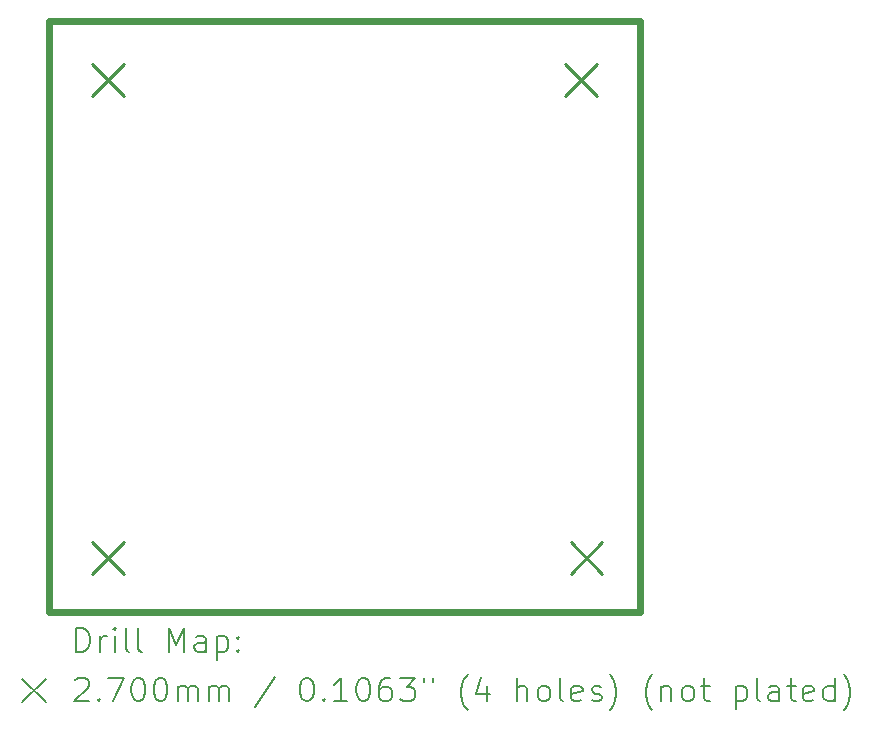
<source format=gbr>
%TF.GenerationSoftware,KiCad,Pcbnew,8.0.5*%
%TF.CreationDate,2024-09-17T16:22:35-07:00*%
%TF.ProjectId,RP2040_PCB,52503230-3430-45f5-9043-422e6b696361,rev?*%
%TF.SameCoordinates,Original*%
%TF.FileFunction,Drillmap*%
%TF.FilePolarity,Positive*%
%FSLAX45Y45*%
G04 Gerber Fmt 4.5, Leading zero omitted, Abs format (unit mm)*
G04 Created by KiCad (PCBNEW 8.0.5) date 2024-09-17 16:22:35*
%MOMM*%
%LPD*%
G01*
G04 APERTURE LIST*
%ADD10C,0.600000*%
%ADD11C,0.200000*%
%ADD12C,0.270000*%
G04 APERTURE END LIST*
D10*
X12690607Y-7621178D02*
X17690607Y-7621178D01*
X17690607Y-12621178D01*
X12690607Y-12621178D01*
X12690607Y-7621178D01*
D11*
D12*
X13055607Y-7986178D02*
X13325607Y-8256178D01*
X13325607Y-7986178D02*
X13055607Y-8256178D01*
X13055607Y-12036178D02*
X13325607Y-12306178D01*
X13325607Y-12036178D02*
X13055607Y-12306178D01*
X17055607Y-7986178D02*
X17325607Y-8256178D01*
X17325607Y-7986178D02*
X17055607Y-8256178D01*
X17105607Y-12036178D02*
X17375607Y-12306178D01*
X17375607Y-12036178D02*
X17105607Y-12306178D01*
D11*
X12921383Y-12962662D02*
X12921383Y-12762662D01*
X12921383Y-12762662D02*
X12969002Y-12762662D01*
X12969002Y-12762662D02*
X12997574Y-12772186D01*
X12997574Y-12772186D02*
X13016621Y-12791233D01*
X13016621Y-12791233D02*
X13026145Y-12810281D01*
X13026145Y-12810281D02*
X13035669Y-12848376D01*
X13035669Y-12848376D02*
X13035669Y-12876948D01*
X13035669Y-12876948D02*
X13026145Y-12915043D01*
X13026145Y-12915043D02*
X13016621Y-12934090D01*
X13016621Y-12934090D02*
X12997574Y-12953138D01*
X12997574Y-12953138D02*
X12969002Y-12962662D01*
X12969002Y-12962662D02*
X12921383Y-12962662D01*
X13121383Y-12962662D02*
X13121383Y-12829328D01*
X13121383Y-12867424D02*
X13130907Y-12848376D01*
X13130907Y-12848376D02*
X13140431Y-12838852D01*
X13140431Y-12838852D02*
X13159479Y-12829328D01*
X13159479Y-12829328D02*
X13178526Y-12829328D01*
X13245193Y-12962662D02*
X13245193Y-12829328D01*
X13245193Y-12762662D02*
X13235669Y-12772186D01*
X13235669Y-12772186D02*
X13245193Y-12781709D01*
X13245193Y-12781709D02*
X13254717Y-12772186D01*
X13254717Y-12772186D02*
X13245193Y-12762662D01*
X13245193Y-12762662D02*
X13245193Y-12781709D01*
X13369002Y-12962662D02*
X13349955Y-12953138D01*
X13349955Y-12953138D02*
X13340431Y-12934090D01*
X13340431Y-12934090D02*
X13340431Y-12762662D01*
X13473764Y-12962662D02*
X13454717Y-12953138D01*
X13454717Y-12953138D02*
X13445193Y-12934090D01*
X13445193Y-12934090D02*
X13445193Y-12762662D01*
X13702336Y-12962662D02*
X13702336Y-12762662D01*
X13702336Y-12762662D02*
X13769002Y-12905519D01*
X13769002Y-12905519D02*
X13835669Y-12762662D01*
X13835669Y-12762662D02*
X13835669Y-12962662D01*
X14016621Y-12962662D02*
X14016621Y-12857900D01*
X14016621Y-12857900D02*
X14007098Y-12838852D01*
X14007098Y-12838852D02*
X13988050Y-12829328D01*
X13988050Y-12829328D02*
X13949955Y-12829328D01*
X13949955Y-12829328D02*
X13930907Y-12838852D01*
X14016621Y-12953138D02*
X13997574Y-12962662D01*
X13997574Y-12962662D02*
X13949955Y-12962662D01*
X13949955Y-12962662D02*
X13930907Y-12953138D01*
X13930907Y-12953138D02*
X13921383Y-12934090D01*
X13921383Y-12934090D02*
X13921383Y-12915043D01*
X13921383Y-12915043D02*
X13930907Y-12895995D01*
X13930907Y-12895995D02*
X13949955Y-12886471D01*
X13949955Y-12886471D02*
X13997574Y-12886471D01*
X13997574Y-12886471D02*
X14016621Y-12876948D01*
X14111860Y-12829328D02*
X14111860Y-13029328D01*
X14111860Y-12838852D02*
X14130907Y-12829328D01*
X14130907Y-12829328D02*
X14169002Y-12829328D01*
X14169002Y-12829328D02*
X14188050Y-12838852D01*
X14188050Y-12838852D02*
X14197574Y-12848376D01*
X14197574Y-12848376D02*
X14207098Y-12867424D01*
X14207098Y-12867424D02*
X14207098Y-12924567D01*
X14207098Y-12924567D02*
X14197574Y-12943614D01*
X14197574Y-12943614D02*
X14188050Y-12953138D01*
X14188050Y-12953138D02*
X14169002Y-12962662D01*
X14169002Y-12962662D02*
X14130907Y-12962662D01*
X14130907Y-12962662D02*
X14111860Y-12953138D01*
X14292812Y-12943614D02*
X14302336Y-12953138D01*
X14302336Y-12953138D02*
X14292812Y-12962662D01*
X14292812Y-12962662D02*
X14283288Y-12953138D01*
X14283288Y-12953138D02*
X14292812Y-12943614D01*
X14292812Y-12943614D02*
X14292812Y-12962662D01*
X14292812Y-12838852D02*
X14302336Y-12848376D01*
X14302336Y-12848376D02*
X14292812Y-12857900D01*
X14292812Y-12857900D02*
X14283288Y-12848376D01*
X14283288Y-12848376D02*
X14292812Y-12838852D01*
X14292812Y-12838852D02*
X14292812Y-12857900D01*
X12460607Y-13191178D02*
X12660607Y-13391178D01*
X12660607Y-13191178D02*
X12460607Y-13391178D01*
X12911860Y-13201709D02*
X12921383Y-13192186D01*
X12921383Y-13192186D02*
X12940431Y-13182662D01*
X12940431Y-13182662D02*
X12988050Y-13182662D01*
X12988050Y-13182662D02*
X13007098Y-13192186D01*
X13007098Y-13192186D02*
X13016621Y-13201709D01*
X13016621Y-13201709D02*
X13026145Y-13220757D01*
X13026145Y-13220757D02*
X13026145Y-13239805D01*
X13026145Y-13239805D02*
X13016621Y-13268376D01*
X13016621Y-13268376D02*
X12902336Y-13382662D01*
X12902336Y-13382662D02*
X13026145Y-13382662D01*
X13111860Y-13363614D02*
X13121383Y-13373138D01*
X13121383Y-13373138D02*
X13111860Y-13382662D01*
X13111860Y-13382662D02*
X13102336Y-13373138D01*
X13102336Y-13373138D02*
X13111860Y-13363614D01*
X13111860Y-13363614D02*
X13111860Y-13382662D01*
X13188050Y-13182662D02*
X13321383Y-13182662D01*
X13321383Y-13182662D02*
X13235669Y-13382662D01*
X13435669Y-13182662D02*
X13454717Y-13182662D01*
X13454717Y-13182662D02*
X13473764Y-13192186D01*
X13473764Y-13192186D02*
X13483288Y-13201709D01*
X13483288Y-13201709D02*
X13492812Y-13220757D01*
X13492812Y-13220757D02*
X13502336Y-13258852D01*
X13502336Y-13258852D02*
X13502336Y-13306471D01*
X13502336Y-13306471D02*
X13492812Y-13344567D01*
X13492812Y-13344567D02*
X13483288Y-13363614D01*
X13483288Y-13363614D02*
X13473764Y-13373138D01*
X13473764Y-13373138D02*
X13454717Y-13382662D01*
X13454717Y-13382662D02*
X13435669Y-13382662D01*
X13435669Y-13382662D02*
X13416621Y-13373138D01*
X13416621Y-13373138D02*
X13407098Y-13363614D01*
X13407098Y-13363614D02*
X13397574Y-13344567D01*
X13397574Y-13344567D02*
X13388050Y-13306471D01*
X13388050Y-13306471D02*
X13388050Y-13258852D01*
X13388050Y-13258852D02*
X13397574Y-13220757D01*
X13397574Y-13220757D02*
X13407098Y-13201709D01*
X13407098Y-13201709D02*
X13416621Y-13192186D01*
X13416621Y-13192186D02*
X13435669Y-13182662D01*
X13626145Y-13182662D02*
X13645193Y-13182662D01*
X13645193Y-13182662D02*
X13664241Y-13192186D01*
X13664241Y-13192186D02*
X13673764Y-13201709D01*
X13673764Y-13201709D02*
X13683288Y-13220757D01*
X13683288Y-13220757D02*
X13692812Y-13258852D01*
X13692812Y-13258852D02*
X13692812Y-13306471D01*
X13692812Y-13306471D02*
X13683288Y-13344567D01*
X13683288Y-13344567D02*
X13673764Y-13363614D01*
X13673764Y-13363614D02*
X13664241Y-13373138D01*
X13664241Y-13373138D02*
X13645193Y-13382662D01*
X13645193Y-13382662D02*
X13626145Y-13382662D01*
X13626145Y-13382662D02*
X13607098Y-13373138D01*
X13607098Y-13373138D02*
X13597574Y-13363614D01*
X13597574Y-13363614D02*
X13588050Y-13344567D01*
X13588050Y-13344567D02*
X13578526Y-13306471D01*
X13578526Y-13306471D02*
X13578526Y-13258852D01*
X13578526Y-13258852D02*
X13588050Y-13220757D01*
X13588050Y-13220757D02*
X13597574Y-13201709D01*
X13597574Y-13201709D02*
X13607098Y-13192186D01*
X13607098Y-13192186D02*
X13626145Y-13182662D01*
X13778526Y-13382662D02*
X13778526Y-13249328D01*
X13778526Y-13268376D02*
X13788050Y-13258852D01*
X13788050Y-13258852D02*
X13807098Y-13249328D01*
X13807098Y-13249328D02*
X13835669Y-13249328D01*
X13835669Y-13249328D02*
X13854717Y-13258852D01*
X13854717Y-13258852D02*
X13864241Y-13277900D01*
X13864241Y-13277900D02*
X13864241Y-13382662D01*
X13864241Y-13277900D02*
X13873764Y-13258852D01*
X13873764Y-13258852D02*
X13892812Y-13249328D01*
X13892812Y-13249328D02*
X13921383Y-13249328D01*
X13921383Y-13249328D02*
X13940431Y-13258852D01*
X13940431Y-13258852D02*
X13949955Y-13277900D01*
X13949955Y-13277900D02*
X13949955Y-13382662D01*
X14045193Y-13382662D02*
X14045193Y-13249328D01*
X14045193Y-13268376D02*
X14054717Y-13258852D01*
X14054717Y-13258852D02*
X14073764Y-13249328D01*
X14073764Y-13249328D02*
X14102336Y-13249328D01*
X14102336Y-13249328D02*
X14121383Y-13258852D01*
X14121383Y-13258852D02*
X14130907Y-13277900D01*
X14130907Y-13277900D02*
X14130907Y-13382662D01*
X14130907Y-13277900D02*
X14140431Y-13258852D01*
X14140431Y-13258852D02*
X14159479Y-13249328D01*
X14159479Y-13249328D02*
X14188050Y-13249328D01*
X14188050Y-13249328D02*
X14207098Y-13258852D01*
X14207098Y-13258852D02*
X14216622Y-13277900D01*
X14216622Y-13277900D02*
X14216622Y-13382662D01*
X14607098Y-13173138D02*
X14435669Y-13430281D01*
X14864241Y-13182662D02*
X14883288Y-13182662D01*
X14883288Y-13182662D02*
X14902336Y-13192186D01*
X14902336Y-13192186D02*
X14911860Y-13201709D01*
X14911860Y-13201709D02*
X14921384Y-13220757D01*
X14921384Y-13220757D02*
X14930907Y-13258852D01*
X14930907Y-13258852D02*
X14930907Y-13306471D01*
X14930907Y-13306471D02*
X14921384Y-13344567D01*
X14921384Y-13344567D02*
X14911860Y-13363614D01*
X14911860Y-13363614D02*
X14902336Y-13373138D01*
X14902336Y-13373138D02*
X14883288Y-13382662D01*
X14883288Y-13382662D02*
X14864241Y-13382662D01*
X14864241Y-13382662D02*
X14845193Y-13373138D01*
X14845193Y-13373138D02*
X14835669Y-13363614D01*
X14835669Y-13363614D02*
X14826145Y-13344567D01*
X14826145Y-13344567D02*
X14816622Y-13306471D01*
X14816622Y-13306471D02*
X14816622Y-13258852D01*
X14816622Y-13258852D02*
X14826145Y-13220757D01*
X14826145Y-13220757D02*
X14835669Y-13201709D01*
X14835669Y-13201709D02*
X14845193Y-13192186D01*
X14845193Y-13192186D02*
X14864241Y-13182662D01*
X15016622Y-13363614D02*
X15026145Y-13373138D01*
X15026145Y-13373138D02*
X15016622Y-13382662D01*
X15016622Y-13382662D02*
X15007098Y-13373138D01*
X15007098Y-13373138D02*
X15016622Y-13363614D01*
X15016622Y-13363614D02*
X15016622Y-13382662D01*
X15216622Y-13382662D02*
X15102336Y-13382662D01*
X15159479Y-13382662D02*
X15159479Y-13182662D01*
X15159479Y-13182662D02*
X15140431Y-13211233D01*
X15140431Y-13211233D02*
X15121384Y-13230281D01*
X15121384Y-13230281D02*
X15102336Y-13239805D01*
X15340431Y-13182662D02*
X15359479Y-13182662D01*
X15359479Y-13182662D02*
X15378526Y-13192186D01*
X15378526Y-13192186D02*
X15388050Y-13201709D01*
X15388050Y-13201709D02*
X15397574Y-13220757D01*
X15397574Y-13220757D02*
X15407098Y-13258852D01*
X15407098Y-13258852D02*
X15407098Y-13306471D01*
X15407098Y-13306471D02*
X15397574Y-13344567D01*
X15397574Y-13344567D02*
X15388050Y-13363614D01*
X15388050Y-13363614D02*
X15378526Y-13373138D01*
X15378526Y-13373138D02*
X15359479Y-13382662D01*
X15359479Y-13382662D02*
X15340431Y-13382662D01*
X15340431Y-13382662D02*
X15321384Y-13373138D01*
X15321384Y-13373138D02*
X15311860Y-13363614D01*
X15311860Y-13363614D02*
X15302336Y-13344567D01*
X15302336Y-13344567D02*
X15292812Y-13306471D01*
X15292812Y-13306471D02*
X15292812Y-13258852D01*
X15292812Y-13258852D02*
X15302336Y-13220757D01*
X15302336Y-13220757D02*
X15311860Y-13201709D01*
X15311860Y-13201709D02*
X15321384Y-13192186D01*
X15321384Y-13192186D02*
X15340431Y-13182662D01*
X15578526Y-13182662D02*
X15540431Y-13182662D01*
X15540431Y-13182662D02*
X15521384Y-13192186D01*
X15521384Y-13192186D02*
X15511860Y-13201709D01*
X15511860Y-13201709D02*
X15492812Y-13230281D01*
X15492812Y-13230281D02*
X15483288Y-13268376D01*
X15483288Y-13268376D02*
X15483288Y-13344567D01*
X15483288Y-13344567D02*
X15492812Y-13363614D01*
X15492812Y-13363614D02*
X15502336Y-13373138D01*
X15502336Y-13373138D02*
X15521384Y-13382662D01*
X15521384Y-13382662D02*
X15559479Y-13382662D01*
X15559479Y-13382662D02*
X15578526Y-13373138D01*
X15578526Y-13373138D02*
X15588050Y-13363614D01*
X15588050Y-13363614D02*
X15597574Y-13344567D01*
X15597574Y-13344567D02*
X15597574Y-13296948D01*
X15597574Y-13296948D02*
X15588050Y-13277900D01*
X15588050Y-13277900D02*
X15578526Y-13268376D01*
X15578526Y-13268376D02*
X15559479Y-13258852D01*
X15559479Y-13258852D02*
X15521384Y-13258852D01*
X15521384Y-13258852D02*
X15502336Y-13268376D01*
X15502336Y-13268376D02*
X15492812Y-13277900D01*
X15492812Y-13277900D02*
X15483288Y-13296948D01*
X15664241Y-13182662D02*
X15788050Y-13182662D01*
X15788050Y-13182662D02*
X15721384Y-13258852D01*
X15721384Y-13258852D02*
X15749955Y-13258852D01*
X15749955Y-13258852D02*
X15769003Y-13268376D01*
X15769003Y-13268376D02*
X15778526Y-13277900D01*
X15778526Y-13277900D02*
X15788050Y-13296948D01*
X15788050Y-13296948D02*
X15788050Y-13344567D01*
X15788050Y-13344567D02*
X15778526Y-13363614D01*
X15778526Y-13363614D02*
X15769003Y-13373138D01*
X15769003Y-13373138D02*
X15749955Y-13382662D01*
X15749955Y-13382662D02*
X15692812Y-13382662D01*
X15692812Y-13382662D02*
X15673765Y-13373138D01*
X15673765Y-13373138D02*
X15664241Y-13363614D01*
X15864241Y-13182662D02*
X15864241Y-13220757D01*
X15940431Y-13182662D02*
X15940431Y-13220757D01*
X16235669Y-13458852D02*
X16226146Y-13449328D01*
X16226146Y-13449328D02*
X16207098Y-13420757D01*
X16207098Y-13420757D02*
X16197574Y-13401709D01*
X16197574Y-13401709D02*
X16188050Y-13373138D01*
X16188050Y-13373138D02*
X16178527Y-13325519D01*
X16178527Y-13325519D02*
X16178527Y-13287424D01*
X16178527Y-13287424D02*
X16188050Y-13239805D01*
X16188050Y-13239805D02*
X16197574Y-13211233D01*
X16197574Y-13211233D02*
X16207098Y-13192186D01*
X16207098Y-13192186D02*
X16226146Y-13163614D01*
X16226146Y-13163614D02*
X16235669Y-13154090D01*
X16397574Y-13249328D02*
X16397574Y-13382662D01*
X16349955Y-13173138D02*
X16302336Y-13315995D01*
X16302336Y-13315995D02*
X16426146Y-13315995D01*
X16654717Y-13382662D02*
X16654717Y-13182662D01*
X16740431Y-13382662D02*
X16740431Y-13277900D01*
X16740431Y-13277900D02*
X16730908Y-13258852D01*
X16730908Y-13258852D02*
X16711860Y-13249328D01*
X16711860Y-13249328D02*
X16683288Y-13249328D01*
X16683288Y-13249328D02*
X16664241Y-13258852D01*
X16664241Y-13258852D02*
X16654717Y-13268376D01*
X16864241Y-13382662D02*
X16845193Y-13373138D01*
X16845193Y-13373138D02*
X16835670Y-13363614D01*
X16835670Y-13363614D02*
X16826146Y-13344567D01*
X16826146Y-13344567D02*
X16826146Y-13287424D01*
X16826146Y-13287424D02*
X16835670Y-13268376D01*
X16835670Y-13268376D02*
X16845193Y-13258852D01*
X16845193Y-13258852D02*
X16864241Y-13249328D01*
X16864241Y-13249328D02*
X16892812Y-13249328D01*
X16892812Y-13249328D02*
X16911860Y-13258852D01*
X16911860Y-13258852D02*
X16921384Y-13268376D01*
X16921384Y-13268376D02*
X16930908Y-13287424D01*
X16930908Y-13287424D02*
X16930908Y-13344567D01*
X16930908Y-13344567D02*
X16921384Y-13363614D01*
X16921384Y-13363614D02*
X16911860Y-13373138D01*
X16911860Y-13373138D02*
X16892812Y-13382662D01*
X16892812Y-13382662D02*
X16864241Y-13382662D01*
X17045193Y-13382662D02*
X17026146Y-13373138D01*
X17026146Y-13373138D02*
X17016622Y-13354090D01*
X17016622Y-13354090D02*
X17016622Y-13182662D01*
X17197574Y-13373138D02*
X17178527Y-13382662D01*
X17178527Y-13382662D02*
X17140431Y-13382662D01*
X17140431Y-13382662D02*
X17121384Y-13373138D01*
X17121384Y-13373138D02*
X17111860Y-13354090D01*
X17111860Y-13354090D02*
X17111860Y-13277900D01*
X17111860Y-13277900D02*
X17121384Y-13258852D01*
X17121384Y-13258852D02*
X17140431Y-13249328D01*
X17140431Y-13249328D02*
X17178527Y-13249328D01*
X17178527Y-13249328D02*
X17197574Y-13258852D01*
X17197574Y-13258852D02*
X17207098Y-13277900D01*
X17207098Y-13277900D02*
X17207098Y-13296948D01*
X17207098Y-13296948D02*
X17111860Y-13315995D01*
X17283289Y-13373138D02*
X17302336Y-13382662D01*
X17302336Y-13382662D02*
X17340431Y-13382662D01*
X17340431Y-13382662D02*
X17359479Y-13373138D01*
X17359479Y-13373138D02*
X17369003Y-13354090D01*
X17369003Y-13354090D02*
X17369003Y-13344567D01*
X17369003Y-13344567D02*
X17359479Y-13325519D01*
X17359479Y-13325519D02*
X17340431Y-13315995D01*
X17340431Y-13315995D02*
X17311860Y-13315995D01*
X17311860Y-13315995D02*
X17292812Y-13306471D01*
X17292812Y-13306471D02*
X17283289Y-13287424D01*
X17283289Y-13287424D02*
X17283289Y-13277900D01*
X17283289Y-13277900D02*
X17292812Y-13258852D01*
X17292812Y-13258852D02*
X17311860Y-13249328D01*
X17311860Y-13249328D02*
X17340431Y-13249328D01*
X17340431Y-13249328D02*
X17359479Y-13258852D01*
X17435670Y-13458852D02*
X17445193Y-13449328D01*
X17445193Y-13449328D02*
X17464241Y-13420757D01*
X17464241Y-13420757D02*
X17473765Y-13401709D01*
X17473765Y-13401709D02*
X17483289Y-13373138D01*
X17483289Y-13373138D02*
X17492812Y-13325519D01*
X17492812Y-13325519D02*
X17492812Y-13287424D01*
X17492812Y-13287424D02*
X17483289Y-13239805D01*
X17483289Y-13239805D02*
X17473765Y-13211233D01*
X17473765Y-13211233D02*
X17464241Y-13192186D01*
X17464241Y-13192186D02*
X17445193Y-13163614D01*
X17445193Y-13163614D02*
X17435670Y-13154090D01*
X17797574Y-13458852D02*
X17788051Y-13449328D01*
X17788051Y-13449328D02*
X17769003Y-13420757D01*
X17769003Y-13420757D02*
X17759479Y-13401709D01*
X17759479Y-13401709D02*
X17749955Y-13373138D01*
X17749955Y-13373138D02*
X17740432Y-13325519D01*
X17740432Y-13325519D02*
X17740432Y-13287424D01*
X17740432Y-13287424D02*
X17749955Y-13239805D01*
X17749955Y-13239805D02*
X17759479Y-13211233D01*
X17759479Y-13211233D02*
X17769003Y-13192186D01*
X17769003Y-13192186D02*
X17788051Y-13163614D01*
X17788051Y-13163614D02*
X17797574Y-13154090D01*
X17873765Y-13249328D02*
X17873765Y-13382662D01*
X17873765Y-13268376D02*
X17883289Y-13258852D01*
X17883289Y-13258852D02*
X17902336Y-13249328D01*
X17902336Y-13249328D02*
X17930908Y-13249328D01*
X17930908Y-13249328D02*
X17949955Y-13258852D01*
X17949955Y-13258852D02*
X17959479Y-13277900D01*
X17959479Y-13277900D02*
X17959479Y-13382662D01*
X18083289Y-13382662D02*
X18064241Y-13373138D01*
X18064241Y-13373138D02*
X18054717Y-13363614D01*
X18054717Y-13363614D02*
X18045193Y-13344567D01*
X18045193Y-13344567D02*
X18045193Y-13287424D01*
X18045193Y-13287424D02*
X18054717Y-13268376D01*
X18054717Y-13268376D02*
X18064241Y-13258852D01*
X18064241Y-13258852D02*
X18083289Y-13249328D01*
X18083289Y-13249328D02*
X18111860Y-13249328D01*
X18111860Y-13249328D02*
X18130908Y-13258852D01*
X18130908Y-13258852D02*
X18140432Y-13268376D01*
X18140432Y-13268376D02*
X18149955Y-13287424D01*
X18149955Y-13287424D02*
X18149955Y-13344567D01*
X18149955Y-13344567D02*
X18140432Y-13363614D01*
X18140432Y-13363614D02*
X18130908Y-13373138D01*
X18130908Y-13373138D02*
X18111860Y-13382662D01*
X18111860Y-13382662D02*
X18083289Y-13382662D01*
X18207098Y-13249328D02*
X18283289Y-13249328D01*
X18235670Y-13182662D02*
X18235670Y-13354090D01*
X18235670Y-13354090D02*
X18245193Y-13373138D01*
X18245193Y-13373138D02*
X18264241Y-13382662D01*
X18264241Y-13382662D02*
X18283289Y-13382662D01*
X18502336Y-13249328D02*
X18502336Y-13449328D01*
X18502336Y-13258852D02*
X18521384Y-13249328D01*
X18521384Y-13249328D02*
X18559479Y-13249328D01*
X18559479Y-13249328D02*
X18578527Y-13258852D01*
X18578527Y-13258852D02*
X18588051Y-13268376D01*
X18588051Y-13268376D02*
X18597574Y-13287424D01*
X18597574Y-13287424D02*
X18597574Y-13344567D01*
X18597574Y-13344567D02*
X18588051Y-13363614D01*
X18588051Y-13363614D02*
X18578527Y-13373138D01*
X18578527Y-13373138D02*
X18559479Y-13382662D01*
X18559479Y-13382662D02*
X18521384Y-13382662D01*
X18521384Y-13382662D02*
X18502336Y-13373138D01*
X18711860Y-13382662D02*
X18692813Y-13373138D01*
X18692813Y-13373138D02*
X18683289Y-13354090D01*
X18683289Y-13354090D02*
X18683289Y-13182662D01*
X18873765Y-13382662D02*
X18873765Y-13277900D01*
X18873765Y-13277900D02*
X18864241Y-13258852D01*
X18864241Y-13258852D02*
X18845194Y-13249328D01*
X18845194Y-13249328D02*
X18807098Y-13249328D01*
X18807098Y-13249328D02*
X18788051Y-13258852D01*
X18873765Y-13373138D02*
X18854717Y-13382662D01*
X18854717Y-13382662D02*
X18807098Y-13382662D01*
X18807098Y-13382662D02*
X18788051Y-13373138D01*
X18788051Y-13373138D02*
X18778527Y-13354090D01*
X18778527Y-13354090D02*
X18778527Y-13335043D01*
X18778527Y-13335043D02*
X18788051Y-13315995D01*
X18788051Y-13315995D02*
X18807098Y-13306471D01*
X18807098Y-13306471D02*
X18854717Y-13306471D01*
X18854717Y-13306471D02*
X18873765Y-13296948D01*
X18940432Y-13249328D02*
X19016622Y-13249328D01*
X18969003Y-13182662D02*
X18969003Y-13354090D01*
X18969003Y-13354090D02*
X18978527Y-13373138D01*
X18978527Y-13373138D02*
X18997574Y-13382662D01*
X18997574Y-13382662D02*
X19016622Y-13382662D01*
X19159479Y-13373138D02*
X19140432Y-13382662D01*
X19140432Y-13382662D02*
X19102336Y-13382662D01*
X19102336Y-13382662D02*
X19083289Y-13373138D01*
X19083289Y-13373138D02*
X19073765Y-13354090D01*
X19073765Y-13354090D02*
X19073765Y-13277900D01*
X19073765Y-13277900D02*
X19083289Y-13258852D01*
X19083289Y-13258852D02*
X19102336Y-13249328D01*
X19102336Y-13249328D02*
X19140432Y-13249328D01*
X19140432Y-13249328D02*
X19159479Y-13258852D01*
X19159479Y-13258852D02*
X19169003Y-13277900D01*
X19169003Y-13277900D02*
X19169003Y-13296948D01*
X19169003Y-13296948D02*
X19073765Y-13315995D01*
X19340432Y-13382662D02*
X19340432Y-13182662D01*
X19340432Y-13373138D02*
X19321384Y-13382662D01*
X19321384Y-13382662D02*
X19283289Y-13382662D01*
X19283289Y-13382662D02*
X19264241Y-13373138D01*
X19264241Y-13373138D02*
X19254717Y-13363614D01*
X19254717Y-13363614D02*
X19245194Y-13344567D01*
X19245194Y-13344567D02*
X19245194Y-13287424D01*
X19245194Y-13287424D02*
X19254717Y-13268376D01*
X19254717Y-13268376D02*
X19264241Y-13258852D01*
X19264241Y-13258852D02*
X19283289Y-13249328D01*
X19283289Y-13249328D02*
X19321384Y-13249328D01*
X19321384Y-13249328D02*
X19340432Y-13258852D01*
X19416622Y-13458852D02*
X19426146Y-13449328D01*
X19426146Y-13449328D02*
X19445194Y-13420757D01*
X19445194Y-13420757D02*
X19454717Y-13401709D01*
X19454717Y-13401709D02*
X19464241Y-13373138D01*
X19464241Y-13373138D02*
X19473765Y-13325519D01*
X19473765Y-13325519D02*
X19473765Y-13287424D01*
X19473765Y-13287424D02*
X19464241Y-13239805D01*
X19464241Y-13239805D02*
X19454717Y-13211233D01*
X19454717Y-13211233D02*
X19445194Y-13192186D01*
X19445194Y-13192186D02*
X19426146Y-13163614D01*
X19426146Y-13163614D02*
X19416622Y-13154090D01*
M02*

</source>
